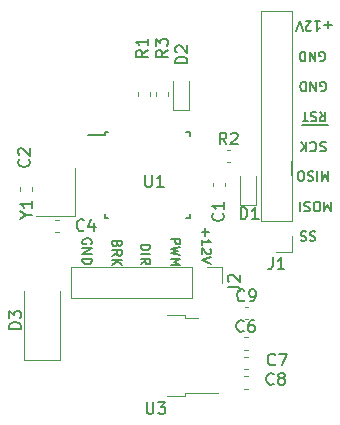
<source format=gbr>
%TF.GenerationSoftware,KiCad,Pcbnew,(5.1.6)-1*%
%TF.CreationDate,2021-01-30T09:31:10-07:00*%
%TF.ProjectId,MotorSpeedController,4d6f746f-7253-4706-9565-64436f6e7472,rev?*%
%TF.SameCoordinates,Original*%
%TF.FileFunction,Legend,Top*%
%TF.FilePolarity,Positive*%
%FSLAX46Y46*%
G04 Gerber Fmt 4.6, Leading zero omitted, Abs format (unit mm)*
G04 Created by KiCad (PCBNEW (5.1.6)-1) date 2021-01-30 09:31:10*
%MOMM*%
%LPD*%
G01*
G04 APERTURE LIST*
%ADD10C,0.152400*%
%ADD11C,0.120000*%
%ADD12C,0.150000*%
G04 APERTURE END LIST*
D10*
X119067942Y-92992423D02*
X119067942Y-93611700D01*
X118758304Y-93302061D02*
X119377580Y-93302061D01*
X118758304Y-94424500D02*
X118758304Y-93960042D01*
X118758304Y-94192271D02*
X119571104Y-94192271D01*
X119454990Y-94114861D01*
X119377580Y-94037452D01*
X119338876Y-93960042D01*
X119493695Y-94734138D02*
X119532400Y-94772842D01*
X119571104Y-94850252D01*
X119571104Y-95043776D01*
X119532400Y-95121185D01*
X119493695Y-95159890D01*
X119416285Y-95198595D01*
X119338876Y-95198595D01*
X119222761Y-95159890D01*
X118758304Y-94695433D01*
X118758304Y-95198595D01*
X119571104Y-95430823D02*
X118758304Y-95701757D01*
X119571104Y-95972690D01*
X126423979Y-87346635D02*
G75*
G02*
X126428500Y-88519000I-3805478J-600866D01*
G01*
X116154804Y-93854209D02*
X116967604Y-93854209D01*
X116967604Y-94163847D01*
X116928900Y-94241257D01*
X116890195Y-94279961D01*
X116812785Y-94318666D01*
X116696671Y-94318666D01*
X116619261Y-94279961D01*
X116580557Y-94241257D01*
X116541852Y-94163847D01*
X116541852Y-93854209D01*
X116967604Y-94589600D02*
X116154804Y-94783123D01*
X116735376Y-94937942D01*
X116154804Y-95092761D01*
X116967604Y-95286285D01*
X116154804Y-95595923D02*
X116967604Y-95595923D01*
X116387033Y-95866857D01*
X116967604Y-96137790D01*
X116154804Y-96137790D01*
X113614804Y-94373700D02*
X114427604Y-94373700D01*
X114427604Y-94567223D01*
X114388900Y-94683338D01*
X114311490Y-94760747D01*
X114234080Y-94799452D01*
X114079261Y-94838157D01*
X113963147Y-94838157D01*
X113808328Y-94799452D01*
X113730919Y-94760747D01*
X113653509Y-94683338D01*
X113614804Y-94567223D01*
X113614804Y-94373700D01*
X113614804Y-95186500D02*
X114427604Y-95186500D01*
X113614804Y-96038004D02*
X114001852Y-95767071D01*
X113614804Y-95573547D02*
X114427604Y-95573547D01*
X114427604Y-95883185D01*
X114388900Y-95960595D01*
X114350195Y-95999300D01*
X114272785Y-96038004D01*
X114156671Y-96038004D01*
X114079261Y-95999300D01*
X114040557Y-95960595D01*
X114001852Y-95883185D01*
X114001852Y-95573547D01*
X111627557Y-94304757D02*
X111588852Y-94420871D01*
X111550147Y-94459576D01*
X111472738Y-94498280D01*
X111356623Y-94498280D01*
X111279214Y-94459576D01*
X111240509Y-94420871D01*
X111201804Y-94343461D01*
X111201804Y-94033823D01*
X112014604Y-94033823D01*
X112014604Y-94304757D01*
X111975900Y-94382166D01*
X111937195Y-94420871D01*
X111859785Y-94459576D01*
X111782376Y-94459576D01*
X111704966Y-94420871D01*
X111666261Y-94382166D01*
X111627557Y-94304757D01*
X111627557Y-94033823D01*
X111201804Y-95311080D02*
X111588852Y-95040147D01*
X111201804Y-94846623D02*
X112014604Y-94846623D01*
X112014604Y-95156261D01*
X111975900Y-95233671D01*
X111937195Y-95272376D01*
X111859785Y-95311080D01*
X111743671Y-95311080D01*
X111666261Y-95272376D01*
X111627557Y-95233671D01*
X111588852Y-95156261D01*
X111588852Y-94846623D01*
X111201804Y-95659423D02*
X112014604Y-95659423D01*
X111201804Y-96123880D02*
X111666261Y-95775538D01*
X112014604Y-96123880D02*
X111550147Y-95659423D01*
X109435900Y-94313223D02*
X109474604Y-94235814D01*
X109474604Y-94119700D01*
X109435900Y-94003585D01*
X109358490Y-93926176D01*
X109281080Y-93887471D01*
X109126261Y-93848766D01*
X109010147Y-93848766D01*
X108855328Y-93887471D01*
X108777919Y-93926176D01*
X108700509Y-94003585D01*
X108661804Y-94119700D01*
X108661804Y-94197109D01*
X108700509Y-94313223D01*
X108739214Y-94351928D01*
X109010147Y-94351928D01*
X109010147Y-94197109D01*
X108661804Y-94700271D02*
X109474604Y-94700271D01*
X108661804Y-95164728D01*
X109474604Y-95164728D01*
X108661804Y-95551776D02*
X109474604Y-95551776D01*
X109474604Y-95745300D01*
X109435900Y-95861414D01*
X109358490Y-95938823D01*
X109281080Y-95977528D01*
X109126261Y-96016233D01*
X109010147Y-96016233D01*
X108855328Y-95977528D01*
X108777919Y-95938823D01*
X108700509Y-95861414D01*
X108661804Y-95745300D01*
X108661804Y-95551776D01*
X128381276Y-93270009D02*
X128265161Y-93231304D01*
X128071638Y-93231304D01*
X127994228Y-93270009D01*
X127955523Y-93308714D01*
X127916819Y-93386123D01*
X127916819Y-93463533D01*
X127955523Y-93540942D01*
X127994228Y-93579647D01*
X128071638Y-93618352D01*
X128226457Y-93657057D01*
X128303866Y-93695761D01*
X128342571Y-93734466D01*
X128381276Y-93811876D01*
X128381276Y-93889285D01*
X128342571Y-93966695D01*
X128303866Y-94005400D01*
X128226457Y-94044104D01*
X128032933Y-94044104D01*
X127916819Y-94005400D01*
X127607180Y-93270009D02*
X127491066Y-93231304D01*
X127297542Y-93231304D01*
X127220133Y-93270009D01*
X127181428Y-93308714D01*
X127142723Y-93386123D01*
X127142723Y-93463533D01*
X127181428Y-93540942D01*
X127220133Y-93579647D01*
X127297542Y-93618352D01*
X127452361Y-93657057D01*
X127529771Y-93695761D01*
X127568476Y-93734466D01*
X127607180Y-93811876D01*
X127607180Y-93889285D01*
X127568476Y-93966695D01*
X127529771Y-94005400D01*
X127452361Y-94044104D01*
X127258838Y-94044104D01*
X127142723Y-94005400D01*
X129674257Y-90754804D02*
X129674257Y-91567604D01*
X129403323Y-90987033D01*
X129132390Y-91567604D01*
X129132390Y-90754804D01*
X128590523Y-91567604D02*
X128435704Y-91567604D01*
X128358295Y-91528900D01*
X128280885Y-91451490D01*
X128242180Y-91296671D01*
X128242180Y-91025738D01*
X128280885Y-90870919D01*
X128358295Y-90793509D01*
X128435704Y-90754804D01*
X128590523Y-90754804D01*
X128667933Y-90793509D01*
X128745342Y-90870919D01*
X128784047Y-91025738D01*
X128784047Y-91296671D01*
X128745342Y-91451490D01*
X128667933Y-91528900D01*
X128590523Y-91567604D01*
X127932542Y-90793509D02*
X127816428Y-90754804D01*
X127622904Y-90754804D01*
X127545495Y-90793509D01*
X127506790Y-90832214D01*
X127468085Y-90909623D01*
X127468085Y-90987033D01*
X127506790Y-91064442D01*
X127545495Y-91103147D01*
X127622904Y-91141852D01*
X127777723Y-91180557D01*
X127855133Y-91219261D01*
X127893838Y-91257966D01*
X127932542Y-91335376D01*
X127932542Y-91412785D01*
X127893838Y-91490195D01*
X127855133Y-91528900D01*
X127777723Y-91567604D01*
X127584200Y-91567604D01*
X127468085Y-91528900D01*
X127119742Y-90754804D02*
X127119742Y-91567604D01*
X129483757Y-88151304D02*
X129483757Y-88964104D01*
X129212823Y-88383533D01*
X128941890Y-88964104D01*
X128941890Y-88151304D01*
X128554842Y-88151304D02*
X128554842Y-88964104D01*
X128206500Y-88190009D02*
X128090385Y-88151304D01*
X127896861Y-88151304D01*
X127819452Y-88190009D01*
X127780747Y-88228714D01*
X127742042Y-88306123D01*
X127742042Y-88383533D01*
X127780747Y-88460942D01*
X127819452Y-88499647D01*
X127896861Y-88538352D01*
X128051680Y-88577057D01*
X128129090Y-88615761D01*
X128167795Y-88654466D01*
X128206500Y-88731876D01*
X128206500Y-88809285D01*
X128167795Y-88886695D01*
X128129090Y-88925400D01*
X128051680Y-88964104D01*
X127858157Y-88964104D01*
X127742042Y-88925400D01*
X127238880Y-88964104D02*
X127084061Y-88964104D01*
X127006652Y-88925400D01*
X126929242Y-88847990D01*
X126890538Y-88693171D01*
X126890538Y-88422238D01*
X126929242Y-88267419D01*
X127006652Y-88190009D01*
X127084061Y-88151304D01*
X127238880Y-88151304D01*
X127316290Y-88190009D01*
X127393700Y-88267419D01*
X127432404Y-88422238D01*
X127432404Y-88693171D01*
X127393700Y-88847990D01*
X127316290Y-88925400D01*
X127238880Y-88964104D01*
X129251528Y-85713509D02*
X129135414Y-85674804D01*
X128941890Y-85674804D01*
X128864480Y-85713509D01*
X128825776Y-85752214D01*
X128787071Y-85829623D01*
X128787071Y-85907033D01*
X128825776Y-85984442D01*
X128864480Y-86023147D01*
X128941890Y-86061852D01*
X129096709Y-86100557D01*
X129174119Y-86139261D01*
X129212823Y-86177966D01*
X129251528Y-86255376D01*
X129251528Y-86332785D01*
X129212823Y-86410195D01*
X129174119Y-86448900D01*
X129096709Y-86487604D01*
X128903185Y-86487604D01*
X128787071Y-86448900D01*
X127974271Y-85752214D02*
X128012976Y-85713509D01*
X128129090Y-85674804D01*
X128206500Y-85674804D01*
X128322614Y-85713509D01*
X128400023Y-85790919D01*
X128438728Y-85868328D01*
X128477433Y-86023147D01*
X128477433Y-86139261D01*
X128438728Y-86294080D01*
X128400023Y-86371490D01*
X128322614Y-86448900D01*
X128206500Y-86487604D01*
X128129090Y-86487604D01*
X128012976Y-86448900D01*
X127974271Y-86410195D01*
X127625928Y-85674804D02*
X127625928Y-86487604D01*
X127161471Y-85674804D02*
X127509814Y-86139261D01*
X127161471Y-86487604D02*
X127625928Y-86023147D01*
X129436585Y-84285836D02*
X128623785Y-84285836D01*
X128778604Y-83134804D02*
X129049538Y-83521852D01*
X129243061Y-83134804D02*
X129243061Y-83947604D01*
X128933423Y-83947604D01*
X128856014Y-83908900D01*
X128817309Y-83870195D01*
X128778604Y-83792785D01*
X128778604Y-83676671D01*
X128817309Y-83599261D01*
X128856014Y-83560557D01*
X128933423Y-83521852D01*
X129243061Y-83521852D01*
X128623785Y-84285836D02*
X127849690Y-84285836D01*
X128468966Y-83173509D02*
X128352852Y-83134804D01*
X128159328Y-83134804D01*
X128081919Y-83173509D01*
X128043214Y-83212214D01*
X128004509Y-83289623D01*
X128004509Y-83367033D01*
X128043214Y-83444442D01*
X128081919Y-83483147D01*
X128159328Y-83521852D01*
X128314147Y-83560557D01*
X128391557Y-83599261D01*
X128430261Y-83637966D01*
X128468966Y-83715376D01*
X128468966Y-83792785D01*
X128430261Y-83870195D01*
X128391557Y-83908900D01*
X128314147Y-83947604D01*
X128120623Y-83947604D01*
X128004509Y-83908900D01*
X127849690Y-84285836D02*
X127230414Y-84285836D01*
X127772280Y-83947604D02*
X127307823Y-83947604D01*
X127540052Y-83134804D02*
X127540052Y-83947604D01*
X128825776Y-81368900D02*
X128903185Y-81407604D01*
X129019300Y-81407604D01*
X129135414Y-81368900D01*
X129212823Y-81291490D01*
X129251528Y-81214080D01*
X129290233Y-81059261D01*
X129290233Y-80943147D01*
X129251528Y-80788328D01*
X129212823Y-80710919D01*
X129135414Y-80633509D01*
X129019300Y-80594804D01*
X128941890Y-80594804D01*
X128825776Y-80633509D01*
X128787071Y-80672214D01*
X128787071Y-80943147D01*
X128941890Y-80943147D01*
X128438728Y-80594804D02*
X128438728Y-81407604D01*
X127974271Y-80594804D01*
X127974271Y-81407604D01*
X127587223Y-80594804D02*
X127587223Y-81407604D01*
X127393700Y-81407604D01*
X127277585Y-81368900D01*
X127200176Y-81291490D01*
X127161471Y-81214080D01*
X127122766Y-81059261D01*
X127122766Y-80943147D01*
X127161471Y-80788328D01*
X127200176Y-80710919D01*
X127277585Y-80633509D01*
X127393700Y-80594804D01*
X127587223Y-80594804D01*
X128762276Y-78828900D02*
X128839685Y-78867604D01*
X128955800Y-78867604D01*
X129071914Y-78828900D01*
X129149323Y-78751490D01*
X129188028Y-78674080D01*
X129226733Y-78519261D01*
X129226733Y-78403147D01*
X129188028Y-78248328D01*
X129149323Y-78170919D01*
X129071914Y-78093509D01*
X128955800Y-78054804D01*
X128878390Y-78054804D01*
X128762276Y-78093509D01*
X128723571Y-78132214D01*
X128723571Y-78403147D01*
X128878390Y-78403147D01*
X128375228Y-78054804D02*
X128375228Y-78867604D01*
X127910771Y-78054804D01*
X127910771Y-78867604D01*
X127523723Y-78054804D02*
X127523723Y-78867604D01*
X127330200Y-78867604D01*
X127214085Y-78828900D01*
X127136676Y-78751490D01*
X127097971Y-78674080D01*
X127059266Y-78519261D01*
X127059266Y-78403147D01*
X127097971Y-78248328D01*
X127136676Y-78170919D01*
X127214085Y-78093509D01*
X127330200Y-78054804D01*
X127523723Y-78054804D01*
X129765576Y-75760942D02*
X129146300Y-75760942D01*
X129455938Y-75451304D02*
X129455938Y-76070580D01*
X128333500Y-75451304D02*
X128797957Y-75451304D01*
X128565728Y-75451304D02*
X128565728Y-76264104D01*
X128643138Y-76147990D01*
X128720547Y-76070580D01*
X128797957Y-76031876D01*
X128023861Y-76186695D02*
X127985157Y-76225400D01*
X127907747Y-76264104D01*
X127714223Y-76264104D01*
X127636814Y-76225400D01*
X127598109Y-76186695D01*
X127559404Y-76109285D01*
X127559404Y-76031876D01*
X127598109Y-75915761D01*
X128062566Y-75451304D01*
X127559404Y-75451304D01*
X127327176Y-76264104D02*
X127056242Y-75451304D01*
X126785309Y-76264104D01*
D11*
%TO.C,Y1*%
X108076000Y-91916000D02*
X108076000Y-87916000D01*
X104776000Y-91916000D02*
X108076000Y-91916000D01*
%TO.C,J1*%
X126425000Y-94992500D02*
X125095000Y-94992500D01*
X126425000Y-93662500D02*
X126425000Y-94992500D01*
X126425000Y-92392500D02*
X123765000Y-92392500D01*
X123765000Y-92392500D02*
X123765000Y-74552500D01*
X126425000Y-92392500D02*
X126425000Y-74552500D01*
X126425000Y-74552500D02*
X123765000Y-74552500D01*
%TO.C,D3*%
X106754500Y-104159500D02*
X106754500Y-98274500D01*
X103684500Y-104159500D02*
X106754500Y-104159500D01*
X103684500Y-98274500D02*
X103684500Y-104159500D01*
%TO.C,U3*%
X117341500Y-100579000D02*
X118441500Y-100579000D01*
X117341500Y-100309000D02*
X117341500Y-100579000D01*
X115841500Y-100309000D02*
X117341500Y-100309000D01*
X117341500Y-106939000D02*
X120171500Y-106939000D01*
X117341500Y-107209000D02*
X117341500Y-106939000D01*
X115841500Y-107209000D02*
X117341500Y-107209000D01*
%TO.C,J2*%
X120519500Y-96269500D02*
X120519500Y-97599500D01*
X119189500Y-96269500D02*
X120519500Y-96269500D01*
X117919500Y-96269500D02*
X117919500Y-98929500D01*
X117919500Y-98929500D02*
X107699500Y-98929500D01*
X117919500Y-96269500D02*
X107699500Y-96269500D01*
X107699500Y-96269500D02*
X107699500Y-98929500D01*
%TO.C,C9*%
X122392221Y-100649500D02*
X122717779Y-100649500D01*
X122392221Y-99629500D02*
X122717779Y-99629500D01*
%TO.C,C8*%
X122328721Y-106555000D02*
X122654279Y-106555000D01*
X122328721Y-105535000D02*
X122654279Y-105535000D01*
%TO.C,C7*%
X122328721Y-104904000D02*
X122654279Y-104904000D01*
X122328721Y-103884000D02*
X122654279Y-103884000D01*
%TO.C,C6*%
X122328721Y-103253000D02*
X122654279Y-103253000D01*
X122328721Y-102233000D02*
X122654279Y-102233000D01*
D12*
%TO.C,U1*%
X110548000Y-85055500D02*
X109123000Y-85055500D01*
X117798000Y-84830500D02*
X117473000Y-84830500D01*
X117798000Y-92080500D02*
X117473000Y-92080500D01*
X110548000Y-92080500D02*
X110873000Y-92080500D01*
X110548000Y-84830500D02*
X110873000Y-84830500D01*
X110548000Y-92080500D02*
X110548000Y-91755500D01*
X117798000Y-92080500D02*
X117798000Y-91755500D01*
X117798000Y-84830500D02*
X117798000Y-85155500D01*
X110548000Y-84830500D02*
X110548000Y-85055500D01*
D11*
%TO.C,R3*%
X115953000Y-81760279D02*
X115953000Y-81434721D01*
X114933000Y-81760279D02*
X114933000Y-81434721D01*
%TO.C,R2*%
X120868221Y-87378000D02*
X121193779Y-87378000D01*
X120868221Y-86358000D02*
X121193779Y-86358000D01*
%TO.C,R1*%
X113345500Y-81434721D02*
X113345500Y-81760279D01*
X114365500Y-81434721D02*
X114365500Y-81760279D01*
%TO.C,D2*%
X117715500Y-82965000D02*
X117715500Y-80480000D01*
X116345500Y-82965000D02*
X117715500Y-82965000D01*
X116345500Y-80480000D02*
X116345500Y-82965000D01*
%TO.C,D1*%
X123367000Y-91029500D02*
X123367000Y-88544500D01*
X121997000Y-91029500D02*
X123367000Y-91029500D01*
X121997000Y-88544500D02*
X121997000Y-91029500D01*
%TO.C,C4*%
X106652279Y-92263500D02*
X106326721Y-92263500D01*
X106652279Y-93283500D02*
X106326721Y-93283500D01*
%TO.C,C2*%
X103376000Y-89499221D02*
X103376000Y-89824779D01*
X104396000Y-89499221D02*
X104396000Y-89824779D01*
%TO.C,C1*%
X120779000Y-89443779D02*
X120779000Y-89118221D01*
X119759000Y-89443779D02*
X119759000Y-89118221D01*
%TO.C,Y1*%
D12*
X103925690Y-91852690D02*
X104401880Y-91852690D01*
X103401880Y-92186023D02*
X103925690Y-91852690D01*
X103401880Y-91519357D01*
X104401880Y-90662214D02*
X104401880Y-91233642D01*
X104401880Y-90947928D02*
X103401880Y-90947928D01*
X103544738Y-91043166D01*
X103639976Y-91138404D01*
X103687595Y-91233642D01*
%TO.C,J1*%
X124761666Y-95444880D02*
X124761666Y-96159166D01*
X124714047Y-96302023D01*
X124618809Y-96397261D01*
X124475952Y-96444880D01*
X124380714Y-96444880D01*
X125761666Y-96444880D02*
X125190238Y-96444880D01*
X125475952Y-96444880D02*
X125475952Y-95444880D01*
X125380714Y-95587738D01*
X125285476Y-95682976D01*
X125190238Y-95730595D01*
%TO.C,D3*%
X103451880Y-101512595D02*
X102451880Y-101512595D01*
X102451880Y-101274500D01*
X102499500Y-101131642D01*
X102594738Y-101036404D01*
X102689976Y-100988785D01*
X102880452Y-100941166D01*
X103023309Y-100941166D01*
X103213785Y-100988785D01*
X103309023Y-101036404D01*
X103404261Y-101131642D01*
X103451880Y-101274500D01*
X103451880Y-101512595D01*
X102451880Y-100607833D02*
X102451880Y-99988785D01*
X102832833Y-100322119D01*
X102832833Y-100179261D01*
X102880452Y-100084023D01*
X102928071Y-100036404D01*
X103023309Y-99988785D01*
X103261404Y-99988785D01*
X103356642Y-100036404D01*
X103404261Y-100084023D01*
X103451880Y-100179261D01*
X103451880Y-100464976D01*
X103404261Y-100560214D01*
X103356642Y-100607833D01*
%TO.C,U3*%
X114109595Y-107711380D02*
X114109595Y-108520904D01*
X114157214Y-108616142D01*
X114204833Y-108663761D01*
X114300071Y-108711380D01*
X114490547Y-108711380D01*
X114585785Y-108663761D01*
X114633404Y-108616142D01*
X114681023Y-108520904D01*
X114681023Y-107711380D01*
X115061976Y-107711380D02*
X115681023Y-107711380D01*
X115347690Y-108092333D01*
X115490547Y-108092333D01*
X115585785Y-108139952D01*
X115633404Y-108187571D01*
X115681023Y-108282809D01*
X115681023Y-108520904D01*
X115633404Y-108616142D01*
X115585785Y-108663761D01*
X115490547Y-108711380D01*
X115204833Y-108711380D01*
X115109595Y-108663761D01*
X115061976Y-108616142D01*
%TO.C,J2*%
X120971880Y-97932833D02*
X121686166Y-97932833D01*
X121829023Y-97980452D01*
X121924261Y-98075690D01*
X121971880Y-98218547D01*
X121971880Y-98313785D01*
X121067119Y-97504261D02*
X121019500Y-97456642D01*
X120971880Y-97361404D01*
X120971880Y-97123309D01*
X121019500Y-97028071D01*
X121067119Y-96980452D01*
X121162357Y-96932833D01*
X121257595Y-96932833D01*
X121400452Y-96980452D01*
X121971880Y-97551880D01*
X121971880Y-96932833D01*
%TO.C,C9*%
X122388333Y-99066642D02*
X122340714Y-99114261D01*
X122197857Y-99161880D01*
X122102619Y-99161880D01*
X121959761Y-99114261D01*
X121864523Y-99019023D01*
X121816904Y-98923785D01*
X121769285Y-98733309D01*
X121769285Y-98590452D01*
X121816904Y-98399976D01*
X121864523Y-98304738D01*
X121959761Y-98209500D01*
X122102619Y-98161880D01*
X122197857Y-98161880D01*
X122340714Y-98209500D01*
X122388333Y-98257119D01*
X122864523Y-99161880D02*
X123055000Y-99161880D01*
X123150238Y-99114261D01*
X123197857Y-99066642D01*
X123293095Y-98923785D01*
X123340714Y-98733309D01*
X123340714Y-98352357D01*
X123293095Y-98257119D01*
X123245476Y-98209500D01*
X123150238Y-98161880D01*
X122959761Y-98161880D01*
X122864523Y-98209500D01*
X122816904Y-98257119D01*
X122769285Y-98352357D01*
X122769285Y-98590452D01*
X122816904Y-98685690D01*
X122864523Y-98733309D01*
X122959761Y-98780928D01*
X123150238Y-98780928D01*
X123245476Y-98733309D01*
X123293095Y-98685690D01*
X123340714Y-98590452D01*
%TO.C,C8*%
X124864833Y-106148142D02*
X124817214Y-106195761D01*
X124674357Y-106243380D01*
X124579119Y-106243380D01*
X124436261Y-106195761D01*
X124341023Y-106100523D01*
X124293404Y-106005285D01*
X124245785Y-105814809D01*
X124245785Y-105671952D01*
X124293404Y-105481476D01*
X124341023Y-105386238D01*
X124436261Y-105291000D01*
X124579119Y-105243380D01*
X124674357Y-105243380D01*
X124817214Y-105291000D01*
X124864833Y-105338619D01*
X125436261Y-105671952D02*
X125341023Y-105624333D01*
X125293404Y-105576714D01*
X125245785Y-105481476D01*
X125245785Y-105433857D01*
X125293404Y-105338619D01*
X125341023Y-105291000D01*
X125436261Y-105243380D01*
X125626738Y-105243380D01*
X125721976Y-105291000D01*
X125769595Y-105338619D01*
X125817214Y-105433857D01*
X125817214Y-105481476D01*
X125769595Y-105576714D01*
X125721976Y-105624333D01*
X125626738Y-105671952D01*
X125436261Y-105671952D01*
X125341023Y-105719571D01*
X125293404Y-105767190D01*
X125245785Y-105862428D01*
X125245785Y-106052904D01*
X125293404Y-106148142D01*
X125341023Y-106195761D01*
X125436261Y-106243380D01*
X125626738Y-106243380D01*
X125721976Y-106195761D01*
X125769595Y-106148142D01*
X125817214Y-106052904D01*
X125817214Y-105862428D01*
X125769595Y-105767190D01*
X125721976Y-105719571D01*
X125626738Y-105671952D01*
%TO.C,C7*%
X124991833Y-104497142D02*
X124944214Y-104544761D01*
X124801357Y-104592380D01*
X124706119Y-104592380D01*
X124563261Y-104544761D01*
X124468023Y-104449523D01*
X124420404Y-104354285D01*
X124372785Y-104163809D01*
X124372785Y-104020952D01*
X124420404Y-103830476D01*
X124468023Y-103735238D01*
X124563261Y-103640000D01*
X124706119Y-103592380D01*
X124801357Y-103592380D01*
X124944214Y-103640000D01*
X124991833Y-103687619D01*
X125325166Y-103592380D02*
X125991833Y-103592380D01*
X125563261Y-104592380D01*
%TO.C,C6*%
X122324833Y-101670142D02*
X122277214Y-101717761D01*
X122134357Y-101765380D01*
X122039119Y-101765380D01*
X121896261Y-101717761D01*
X121801023Y-101622523D01*
X121753404Y-101527285D01*
X121705785Y-101336809D01*
X121705785Y-101193952D01*
X121753404Y-101003476D01*
X121801023Y-100908238D01*
X121896261Y-100813000D01*
X122039119Y-100765380D01*
X122134357Y-100765380D01*
X122277214Y-100813000D01*
X122324833Y-100860619D01*
X123181976Y-100765380D02*
X122991500Y-100765380D01*
X122896261Y-100813000D01*
X122848642Y-100860619D01*
X122753404Y-101003476D01*
X122705785Y-101193952D01*
X122705785Y-101574904D01*
X122753404Y-101670142D01*
X122801023Y-101717761D01*
X122896261Y-101765380D01*
X123086738Y-101765380D01*
X123181976Y-101717761D01*
X123229595Y-101670142D01*
X123277214Y-101574904D01*
X123277214Y-101336809D01*
X123229595Y-101241571D01*
X123181976Y-101193952D01*
X123086738Y-101146333D01*
X122896261Y-101146333D01*
X122801023Y-101193952D01*
X122753404Y-101241571D01*
X122705785Y-101336809D01*
%TO.C,U1*%
X113982595Y-88479380D02*
X113982595Y-89288904D01*
X114030214Y-89384142D01*
X114077833Y-89431761D01*
X114173071Y-89479380D01*
X114363547Y-89479380D01*
X114458785Y-89431761D01*
X114506404Y-89384142D01*
X114554023Y-89288904D01*
X114554023Y-88479380D01*
X115554023Y-89479380D02*
X114982595Y-89479380D01*
X115268309Y-89479380D02*
X115268309Y-88479380D01*
X115173071Y-88622238D01*
X115077833Y-88717476D01*
X114982595Y-88765095D01*
%TO.C,R3*%
X115895380Y-77890666D02*
X115419190Y-78224000D01*
X115895380Y-78462095D02*
X114895380Y-78462095D01*
X114895380Y-78081142D01*
X114943000Y-77985904D01*
X114990619Y-77938285D01*
X115085857Y-77890666D01*
X115228714Y-77890666D01*
X115323952Y-77938285D01*
X115371571Y-77985904D01*
X115419190Y-78081142D01*
X115419190Y-78462095D01*
X114895380Y-77557333D02*
X114895380Y-76938285D01*
X115276333Y-77271619D01*
X115276333Y-77128761D01*
X115323952Y-77033523D01*
X115371571Y-76985904D01*
X115466809Y-76938285D01*
X115704904Y-76938285D01*
X115800142Y-76985904D01*
X115847761Y-77033523D01*
X115895380Y-77128761D01*
X115895380Y-77414476D01*
X115847761Y-77509714D01*
X115800142Y-77557333D01*
%TO.C,R2*%
X120864333Y-85890380D02*
X120531000Y-85414190D01*
X120292904Y-85890380D02*
X120292904Y-84890380D01*
X120673857Y-84890380D01*
X120769095Y-84938000D01*
X120816714Y-84985619D01*
X120864333Y-85080857D01*
X120864333Y-85223714D01*
X120816714Y-85318952D01*
X120769095Y-85366571D01*
X120673857Y-85414190D01*
X120292904Y-85414190D01*
X121245285Y-84985619D02*
X121292904Y-84938000D01*
X121388142Y-84890380D01*
X121626238Y-84890380D01*
X121721476Y-84938000D01*
X121769095Y-84985619D01*
X121816714Y-85080857D01*
X121816714Y-85176095D01*
X121769095Y-85318952D01*
X121197666Y-85890380D01*
X121816714Y-85890380D01*
%TO.C,R1*%
X114180880Y-77890666D02*
X113704690Y-78224000D01*
X114180880Y-78462095D02*
X113180880Y-78462095D01*
X113180880Y-78081142D01*
X113228500Y-77985904D01*
X113276119Y-77938285D01*
X113371357Y-77890666D01*
X113514214Y-77890666D01*
X113609452Y-77938285D01*
X113657071Y-77985904D01*
X113704690Y-78081142D01*
X113704690Y-78462095D01*
X114180880Y-76938285D02*
X114180880Y-77509714D01*
X114180880Y-77224000D02*
X113180880Y-77224000D01*
X113323738Y-77319238D01*
X113418976Y-77414476D01*
X113466595Y-77509714D01*
%TO.C,D2*%
X117546380Y-79033595D02*
X116546380Y-79033595D01*
X116546380Y-78795500D01*
X116594000Y-78652642D01*
X116689238Y-78557404D01*
X116784476Y-78509785D01*
X116974952Y-78462166D01*
X117117809Y-78462166D01*
X117308285Y-78509785D01*
X117403523Y-78557404D01*
X117498761Y-78652642D01*
X117546380Y-78795500D01*
X117546380Y-79033595D01*
X116641619Y-78081214D02*
X116594000Y-78033595D01*
X116546380Y-77938357D01*
X116546380Y-77700261D01*
X116594000Y-77605023D01*
X116641619Y-77557404D01*
X116736857Y-77509785D01*
X116832095Y-77509785D01*
X116974952Y-77557404D01*
X117546380Y-78128833D01*
X117546380Y-77509785D01*
%TO.C,D1*%
X122070904Y-92209880D02*
X122070904Y-91209880D01*
X122309000Y-91209880D01*
X122451857Y-91257500D01*
X122547095Y-91352738D01*
X122594714Y-91447976D01*
X122642333Y-91638452D01*
X122642333Y-91781309D01*
X122594714Y-91971785D01*
X122547095Y-92067023D01*
X122451857Y-92162261D01*
X122309000Y-92209880D01*
X122070904Y-92209880D01*
X123594714Y-92209880D02*
X123023285Y-92209880D01*
X123309000Y-92209880D02*
X123309000Y-91209880D01*
X123213761Y-91352738D01*
X123118523Y-91447976D01*
X123023285Y-91495595D01*
%TO.C,C4*%
X108799333Y-93130642D02*
X108751714Y-93178261D01*
X108608857Y-93225880D01*
X108513619Y-93225880D01*
X108370761Y-93178261D01*
X108275523Y-93083023D01*
X108227904Y-92987785D01*
X108180285Y-92797309D01*
X108180285Y-92654452D01*
X108227904Y-92463976D01*
X108275523Y-92368738D01*
X108370761Y-92273500D01*
X108513619Y-92225880D01*
X108608857Y-92225880D01*
X108751714Y-92273500D01*
X108799333Y-92321119D01*
X109656476Y-92559214D02*
X109656476Y-93225880D01*
X109418380Y-92178261D02*
X109180285Y-92892547D01*
X109799333Y-92892547D01*
%TO.C,C2*%
X104116142Y-87161666D02*
X104163761Y-87209285D01*
X104211380Y-87352142D01*
X104211380Y-87447380D01*
X104163761Y-87590238D01*
X104068523Y-87685476D01*
X103973285Y-87733095D01*
X103782809Y-87780714D01*
X103639952Y-87780714D01*
X103449476Y-87733095D01*
X103354238Y-87685476D01*
X103259000Y-87590238D01*
X103211380Y-87447380D01*
X103211380Y-87352142D01*
X103259000Y-87209285D01*
X103306619Y-87161666D01*
X103306619Y-86780714D02*
X103259000Y-86733095D01*
X103211380Y-86637857D01*
X103211380Y-86399761D01*
X103259000Y-86304523D01*
X103306619Y-86256904D01*
X103401857Y-86209285D01*
X103497095Y-86209285D01*
X103639952Y-86256904D01*
X104211380Y-86828333D01*
X104211380Y-86209285D01*
%TO.C,C1*%
X120562642Y-91733666D02*
X120610261Y-91781285D01*
X120657880Y-91924142D01*
X120657880Y-92019380D01*
X120610261Y-92162238D01*
X120515023Y-92257476D01*
X120419785Y-92305095D01*
X120229309Y-92352714D01*
X120086452Y-92352714D01*
X119895976Y-92305095D01*
X119800738Y-92257476D01*
X119705500Y-92162238D01*
X119657880Y-92019380D01*
X119657880Y-91924142D01*
X119705500Y-91781285D01*
X119753119Y-91733666D01*
X120657880Y-90781285D02*
X120657880Y-91352714D01*
X120657880Y-91067000D02*
X119657880Y-91067000D01*
X119800738Y-91162238D01*
X119895976Y-91257476D01*
X119943595Y-91352714D01*
%TD*%
M02*

</source>
